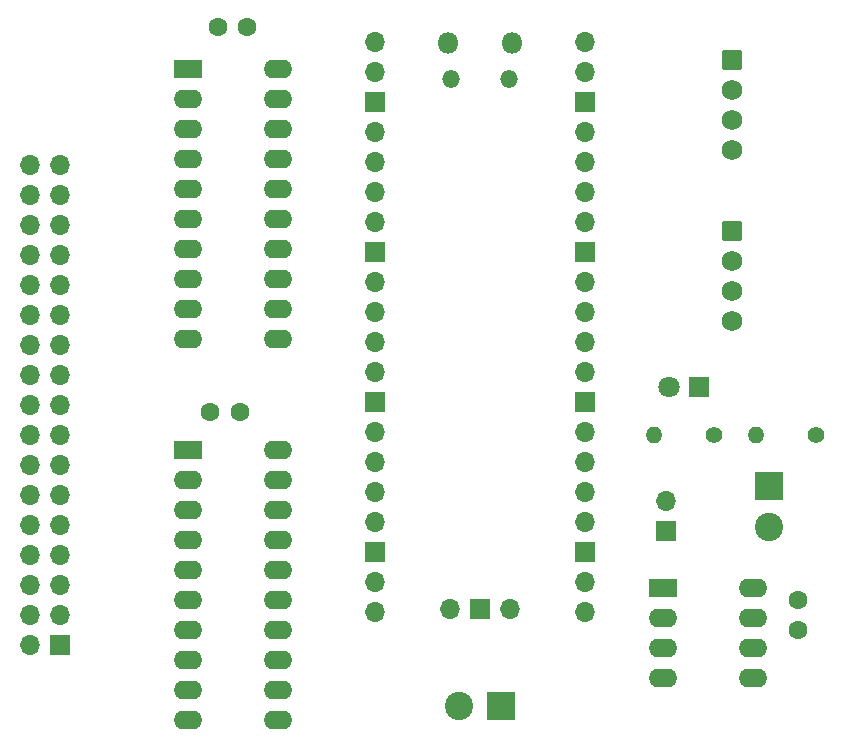
<source format=gbr>
%TF.GenerationSoftware,KiCad,Pcbnew,(5.99.0-13096-g792a8dca9d)*%
%TF.CreationDate,2021-11-07T07:43:55+01:00*%
%TF.ProjectId,wpcpowermon,77706370-6f77-4657-926d-6f6e2e6b6963,rev?*%
%TF.SameCoordinates,Original*%
%TF.FileFunction,Soldermask,Bot*%
%TF.FilePolarity,Negative*%
%FSLAX46Y46*%
G04 Gerber Fmt 4.6, Leading zero omitted, Abs format (unit mm)*
G04 Created by KiCad (PCBNEW (5.99.0-13096-g792a8dca9d)) date 2021-11-07 07:43:55*
%MOMM*%
%LPD*%
G01*
G04 APERTURE LIST*
G04 Aperture macros list*
%AMRoundRect*
0 Rectangle with rounded corners*
0 $1 Rounding radius*
0 $2 $3 $4 $5 $6 $7 $8 $9 X,Y pos of 4 corners*
0 Add a 4 corners polygon primitive as box body*
4,1,4,$2,$3,$4,$5,$6,$7,$8,$9,$2,$3,0*
0 Add four circle primitives for the rounded corners*
1,1,$1+$1,$2,$3*
1,1,$1+$1,$4,$5*
1,1,$1+$1,$6,$7*
1,1,$1+$1,$8,$9*
0 Add four rect primitives between the rounded corners*
20,1,$1+$1,$2,$3,$4,$5,0*
20,1,$1+$1,$4,$5,$6,$7,0*
20,1,$1+$1,$6,$7,$8,$9,0*
20,1,$1+$1,$8,$9,$2,$3,0*%
G04 Aperture macros list end*
%ADD10R,2.400000X2.400000*%
%ADD11C,2.400000*%
%ADD12R,2.400000X1.600000*%
%ADD13O,2.400000X1.600000*%
%ADD14C,1.600000*%
%ADD15R,1.700000X1.700000*%
%ADD16O,1.700000X1.700000*%
%ADD17C,1.400000*%
%ADD18O,1.400000X1.400000*%
%ADD19R,1.800000X1.800000*%
%ADD20C,1.800000*%
%ADD21RoundRect,0.250000X-0.620000X0.620000X-0.620000X-0.620000X0.620000X-0.620000X0.620000X0.620000X0*%
%ADD22C,1.740000*%
%ADD23O,1.500000X1.500000*%
%ADD24O,1.800000X1.800000*%
G04 APERTURE END LIST*
D10*
%TO.C,J4*%
X123670000Y-122020000D03*
D11*
X120170000Y-122020000D03*
%TD*%
D12*
%TO.C,U6*%
X137399000Y-112024000D03*
D13*
X137399000Y-114564000D03*
X137399000Y-117104000D03*
X137399000Y-119644000D03*
X145019000Y-119644000D03*
X145019000Y-117104000D03*
X145019000Y-114564000D03*
X145019000Y-112024000D03*
%TD*%
D14*
%TO.C,C3*%
X148844000Y-113050000D03*
X148844000Y-115550000D03*
%TD*%
D15*
%TO.C,JP1*%
X137668000Y-107188000D03*
D16*
X137668000Y-104648000D03*
%TD*%
D12*
%TO.C,U3*%
X97155000Y-100330000D03*
D13*
X97155000Y-102870000D03*
X97155000Y-105410000D03*
X97155000Y-107950000D03*
X97155000Y-110490000D03*
X97155000Y-113030000D03*
X97155000Y-115570000D03*
X97155000Y-118110000D03*
X97155000Y-120650000D03*
X97155000Y-123190000D03*
X104775000Y-123190000D03*
X104775000Y-120650000D03*
X104775000Y-118110000D03*
X104775000Y-115570000D03*
X104775000Y-113030000D03*
X104775000Y-110490000D03*
X104775000Y-107950000D03*
X104775000Y-105410000D03*
X104775000Y-102870000D03*
X104775000Y-100330000D03*
%TD*%
D14*
%TO.C,C1*%
X99695000Y-64516000D03*
X102195000Y-64516000D03*
%TD*%
D12*
%TO.C,U4*%
X97155000Y-68072000D03*
D13*
X97155000Y-70612000D03*
X97155000Y-73152000D03*
X97155000Y-75692000D03*
X97155000Y-78232000D03*
X97155000Y-80772000D03*
X97155000Y-83312000D03*
X97155000Y-85852000D03*
X97155000Y-88392000D03*
X97155000Y-90932000D03*
X104775000Y-90932000D03*
X104775000Y-88392000D03*
X104775000Y-85852000D03*
X104775000Y-83312000D03*
X104775000Y-80772000D03*
X104775000Y-78232000D03*
X104775000Y-75692000D03*
X104775000Y-73152000D03*
X104775000Y-70612000D03*
X104775000Y-68072000D03*
%TD*%
D15*
%TO.C,J1001*%
X86365000Y-116845000D03*
D16*
X83825000Y-116845000D03*
X86365000Y-114305000D03*
X83825000Y-114305000D03*
X86365000Y-111765000D03*
X83825000Y-111765000D03*
X86365000Y-109225000D03*
X83825000Y-109225000D03*
X86365000Y-106685000D03*
X83825000Y-106685000D03*
X86365000Y-104145000D03*
X83825000Y-104145000D03*
X86365000Y-101605000D03*
X83825000Y-101605000D03*
X86365000Y-99065000D03*
X83825000Y-99065000D03*
X86365000Y-96525000D03*
X83825000Y-96525000D03*
X86365000Y-93985000D03*
X83825000Y-93985000D03*
X86365000Y-91445000D03*
X83825000Y-91445000D03*
X86365000Y-88905000D03*
X83825000Y-88905000D03*
X86365000Y-86365000D03*
X83825000Y-86365000D03*
X86365000Y-83825000D03*
X83825000Y-83825000D03*
X86365000Y-81285000D03*
X83825000Y-81285000D03*
X86365000Y-78745000D03*
X83825000Y-78745000D03*
X86365000Y-76205000D03*
X83825000Y-76205000D03*
%TD*%
D14*
%TO.C,C2*%
X99080000Y-97155000D03*
X101580000Y-97155000D03*
%TD*%
D17*
%TO.C,R1*%
X150368000Y-99060000D03*
D18*
X145288000Y-99060000D03*
%TD*%
D10*
%TO.C,J1*%
X146404000Y-103406000D03*
D11*
X146404000Y-106906000D03*
%TD*%
D19*
%TO.C,D1*%
X140467000Y-94996000D03*
D20*
X137927000Y-94996000D03*
%TD*%
D21*
%TO.C,J3*%
X143256000Y-81788000D03*
D22*
X143256000Y-84328000D03*
X143256000Y-86868000D03*
X143256000Y-89408000D03*
%TD*%
D21*
%TO.C,J2*%
X143256000Y-67310000D03*
D22*
X143256000Y-69850000D03*
X143256000Y-72390000D03*
X143256000Y-74930000D03*
%TD*%
D23*
%TO.C,U5*%
X124345000Y-68946000D03*
D24*
X124645000Y-65916000D03*
D23*
X119495000Y-68946000D03*
D24*
X119195000Y-65916000D03*
D16*
X113030000Y-65786000D03*
X113030000Y-68326000D03*
D15*
X113030000Y-70866000D03*
D16*
X113030000Y-73406000D03*
X113030000Y-75946000D03*
X113030000Y-78486000D03*
X113030000Y-81026000D03*
D15*
X113030000Y-83566000D03*
D16*
X113030000Y-86106000D03*
X113030000Y-88646000D03*
X113030000Y-91186000D03*
X113030000Y-93726000D03*
D15*
X113030000Y-96266000D03*
D16*
X113030000Y-98806000D03*
X113030000Y-101346000D03*
X113030000Y-103886000D03*
X113030000Y-106426000D03*
D15*
X113030000Y-108966000D03*
D16*
X113030000Y-111506000D03*
X113030000Y-114046000D03*
X130810000Y-114046000D03*
X130810000Y-111506000D03*
D15*
X130810000Y-108966000D03*
D16*
X130810000Y-106426000D03*
X130810000Y-103886000D03*
X130810000Y-101346000D03*
X130810000Y-98806000D03*
D15*
X130810000Y-96266000D03*
D16*
X130810000Y-93726000D03*
X130810000Y-91186000D03*
X130810000Y-88646000D03*
X130810000Y-86106000D03*
D15*
X130810000Y-83566000D03*
D16*
X130810000Y-81026000D03*
X130810000Y-78486000D03*
X130810000Y-75946000D03*
X130810000Y-73406000D03*
D15*
X130810000Y-70866000D03*
D16*
X130810000Y-68326000D03*
X130810000Y-65786000D03*
X119380000Y-113816000D03*
D15*
X121920000Y-113816000D03*
D16*
X124460000Y-113816000D03*
%TD*%
D17*
%TO.C,R2*%
X141732000Y-99060000D03*
D18*
X136652000Y-99060000D03*
%TD*%
M02*

</source>
